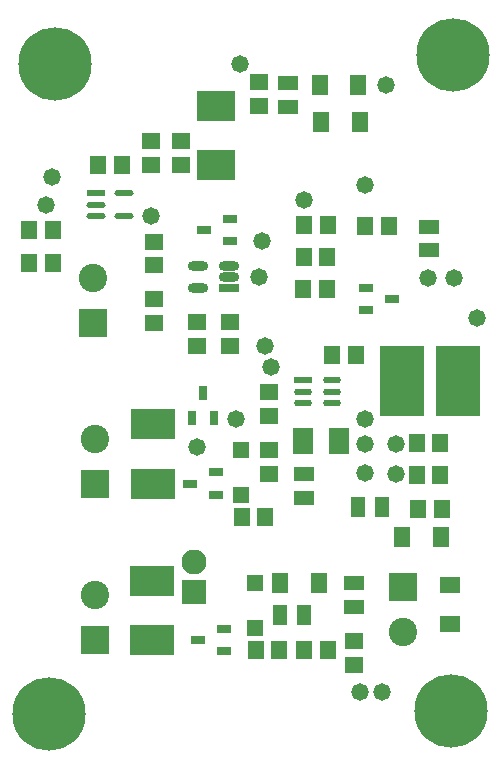
<source format=gts>
G04*
G04 #@! TF.GenerationSoftware,Altium Limited,Altium Designer,24.10.1 (45)*
G04*
G04 Layer_Color=8388736*
%FSLAX24Y24*%
%MOIN*%
G70*
G04*
G04 #@! TF.SameCoordinates,C6CBD9EB-9E9D-4DD1-ADCD-94E966FD8E1D*
G04*
G04*
G04 #@! TF.FilePolarity,Negative*
G04*
G01*
G75*
%ADD25R,0.0606X0.0223*%
G04:AMPARAMS|DCode=26|XSize=60.6mil|YSize=22.3mil|CornerRadius=11.1mil|HoleSize=0mil|Usage=FLASHONLY|Rotation=0.000|XOffset=0mil|YOffset=0mil|HoleType=Round|Shape=RoundedRectangle|*
%AMROUNDEDRECTD26*
21,1,0.0606,0.0000,0,0,0.0*
21,1,0.0383,0.0223,0,0,0.0*
1,1,0.0223,0.0192,0.0000*
1,1,0.0223,-0.0192,0.0000*
1,1,0.0223,-0.0192,0.0000*
1,1,0.0223,0.0192,0.0000*
%
%ADD26ROUNDEDRECTD26*%
%ADD27R,0.0645X0.0197*%
G04:AMPARAMS|DCode=28|XSize=64.5mil|YSize=19.7mil|CornerRadius=9.8mil|HoleSize=0mil|Usage=FLASHONLY|Rotation=0.000|XOffset=0mil|YOffset=0mil|HoleType=Round|Shape=RoundedRectangle|*
%AMROUNDEDRECTD28*
21,1,0.0645,0.0000,0,0,0.0*
21,1,0.0448,0.0197,0,0,0.0*
1,1,0.0197,0.0224,0.0000*
1,1,0.0197,-0.0224,0.0000*
1,1,0.0197,-0.0224,0.0000*
1,1,0.0197,0.0224,0.0000*
%
%ADD28ROUNDEDRECTD28*%
%ADD44R,0.0671X0.0474*%
%ADD45R,0.0474X0.0671*%
%ADD46R,0.0552X0.0671*%
%ADD47R,0.0671X0.0552*%
%ADD48R,0.1260X0.0984*%
%ADD49R,0.1457X0.0984*%
%ADD50R,0.0513X0.0316*%
%ADD51R,0.0316X0.0513*%
G04:AMPARAMS|DCode=52|XSize=68.6mil|YSize=30.3mil|CornerRadius=15.1mil|HoleSize=0mil|Usage=FLASHONLY|Rotation=180.000|XOffset=0mil|YOffset=0mil|HoleType=Round|Shape=RoundedRectangle|*
%AMROUNDEDRECTD52*
21,1,0.0686,0.0000,0,0,180.0*
21,1,0.0383,0.0303,0,0,180.0*
1,1,0.0303,-0.0192,0.0000*
1,1,0.0303,0.0192,0.0000*
1,1,0.0303,0.0192,0.0000*
1,1,0.0303,-0.0192,0.0000*
%
%ADD52ROUNDEDRECTD52*%
%ADD53R,0.0686X0.0303*%
%ADD54R,0.0560X0.0552*%
%ADD55R,0.1458X0.2324*%
%ADD56R,0.0631X0.0552*%
%ADD57R,0.0552X0.0631*%
%ADD58R,0.0710X0.0867*%
%ADD59R,0.0552X0.0631*%
%ADD60R,0.0631X0.0552*%
%ADD61C,0.2442*%
%ADD62C,0.0828*%
%ADD63R,0.0828X0.0828*%
%ADD64C,0.0946*%
%ADD65R,0.0946X0.0946*%
%ADD66C,0.0580*%
D25*
X9836Y12549D02*
D03*
D26*
Y12175D02*
D03*
Y11801D02*
D03*
X10793D02*
D03*
Y12175D02*
D03*
Y12549D02*
D03*
D27*
X2946Y18780D02*
D03*
D28*
Y18406D02*
D03*
Y18032D02*
D03*
X3865D02*
D03*
Y18780D02*
D03*
D44*
X9882Y8632D02*
D03*
Y9419D02*
D03*
X9350Y21663D02*
D03*
Y22451D02*
D03*
X11555Y5002D02*
D03*
Y5789D02*
D03*
X14026Y16880D02*
D03*
Y17667D02*
D03*
D45*
X12461Y8317D02*
D03*
X11673D02*
D03*
X9872Y4715D02*
D03*
X9085D02*
D03*
D46*
X10439Y21152D02*
D03*
X11726D02*
D03*
X10400Y22411D02*
D03*
X11687D02*
D03*
X13142Y7333D02*
D03*
X14429D02*
D03*
X10372Y5789D02*
D03*
X9085D02*
D03*
D47*
X14744Y5719D02*
D03*
Y4431D02*
D03*
D48*
X6949Y21703D02*
D03*
Y19734D02*
D03*
D49*
X4852Y9110D02*
D03*
Y11079D02*
D03*
X4813Y3888D02*
D03*
Y5856D02*
D03*
D50*
X6066Y9110D02*
D03*
X6926Y9480D02*
D03*
Y8740D02*
D03*
X12802Y15256D02*
D03*
X11942Y14886D02*
D03*
Y15626D02*
D03*
X6332Y3898D02*
D03*
X7192Y4268D02*
D03*
Y3528D02*
D03*
X6539Y17569D02*
D03*
X7398Y17939D02*
D03*
Y17199D02*
D03*
D51*
X6516Y12143D02*
D03*
X6886Y11283D02*
D03*
X6146D02*
D03*
D52*
X6332Y15620D02*
D03*
Y16368D02*
D03*
X7388D02*
D03*
Y15994D02*
D03*
D53*
Y15620D02*
D03*
D54*
X7785Y10238D02*
D03*
Y8738D02*
D03*
X8248Y5789D02*
D03*
Y4289D02*
D03*
D55*
X15000Y12530D02*
D03*
X13150D02*
D03*
D56*
X8691Y11378D02*
D03*
Y12165D02*
D03*
X8711Y10226D02*
D03*
Y9439D02*
D03*
X8366Y21703D02*
D03*
Y22490D02*
D03*
X7421Y14498D02*
D03*
Y13711D02*
D03*
X4872Y14468D02*
D03*
Y15256D02*
D03*
X4872Y16383D02*
D03*
Y17171D02*
D03*
X11555Y3858D02*
D03*
Y3071D02*
D03*
D57*
X13681Y8278D02*
D03*
X14468D02*
D03*
X7795Y7982D02*
D03*
X8583D02*
D03*
X3799Y19734D02*
D03*
X3012D02*
D03*
X10640Y15600D02*
D03*
X9852D02*
D03*
X12697Y17687D02*
D03*
X11909D02*
D03*
X10650Y16663D02*
D03*
X9862D02*
D03*
X10659Y17736D02*
D03*
X9872D02*
D03*
X9882Y3553D02*
D03*
X10669D02*
D03*
X8257Y3554D02*
D03*
X9044D02*
D03*
D58*
X9852Y10541D02*
D03*
X11033D02*
D03*
D59*
X10807Y13396D02*
D03*
X11594D02*
D03*
X14419Y10453D02*
D03*
X13632D02*
D03*
X14419Y9400D02*
D03*
X13632D02*
D03*
X1506Y16476D02*
D03*
X719D02*
D03*
X1506Y17549D02*
D03*
X719D02*
D03*
D60*
X4783Y19734D02*
D03*
Y20522D02*
D03*
X5768Y19734D02*
D03*
Y20522D02*
D03*
X6319Y14498D02*
D03*
Y13711D02*
D03*
D61*
X1358Y1427D02*
D03*
X1575Y23100D02*
D03*
X14823Y23396D02*
D03*
X14783Y1545D02*
D03*
D62*
X6191Y6496D02*
D03*
D63*
Y5496D02*
D03*
D64*
X2904Y10610D02*
D03*
X2835Y15969D02*
D03*
X2904Y5384D02*
D03*
X13159Y4163D02*
D03*
D65*
X2904Y9110D02*
D03*
X2835Y14468D02*
D03*
X2904Y3884D02*
D03*
X13159Y5663D02*
D03*
D66*
X13996Y15949D02*
D03*
X11909Y19065D02*
D03*
X6293Y10335D02*
D03*
X9872Y18553D02*
D03*
X12608Y22411D02*
D03*
X8563Y13711D02*
D03*
X15650Y14626D02*
D03*
X12461Y2169D02*
D03*
X11752D02*
D03*
X14862Y15949D02*
D03*
X8760Y13002D02*
D03*
X7618Y11270D02*
D03*
X11915D02*
D03*
Y9459D02*
D03*
Y10443D02*
D03*
X12933D02*
D03*
Y9419D02*
D03*
X4783Y18041D02*
D03*
X7736Y23081D02*
D03*
X1476Y19341D02*
D03*
X8366Y15984D02*
D03*
X1260Y18396D02*
D03*
X8484Y17205D02*
D03*
M02*

</source>
